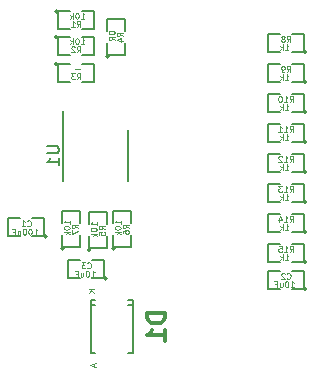
<source format=gbr>
G04 This is an RS-274x file exported by *
G04 gerbv version 2.6.1 *
G04 More information is available about gerbv at *
G04 http://gerbv.geda-project.org/ *
G04 --End of header info--*
%MOIN*%
%FSLAX34Y34*%
%IPPOS*%
G04 --Define apertures--*
%ADD10C,0.0118*%
%ADD11C,0.0059*%
%ADD12C,0.0043*%
%ADD13C,0.0120*%
%ADD14C,0.0039*%
G04 --Start main section--*
G54D11*
G01X0004900Y0003850D02*
G75*
G03X0004900Y0003850I-000050J0000000D01*
G01X0004400Y0003850D02*
G01X0004800Y0003850D01*
G01X0004800Y0003850D02*
G01X0004800Y0004450D01*
G01X0004800Y0004450D02*
G01X0004400Y0004450D01*
G01X0004000Y0004450D02*
G01X0003600Y0004450D01*
G01X0003600Y0004450D02*
G01X0003600Y0003850D01*
G01X0003600Y0003850D02*
G01X0004000Y0003850D01*
G01X0005573Y0008816D02*
G01X0005573Y0007084D01*
G01X0003427Y0009436D02*
G01X0003427Y0007084D01*
G01X0011550Y0004400D02*
G75*
G03X0011550Y0004400I-000050J0000000D01*
G01X0011050Y0004400D02*
G01X0011450Y0004400D01*
G01X0011450Y0004400D02*
G01X0011450Y0005000D01*
G01X0011450Y0005000D02*
G01X0011050Y0005000D01*
G01X0010650Y0005000D02*
G01X0010250Y0005000D01*
G01X0010250Y0005000D02*
G01X0010250Y0004400D01*
G01X0010250Y0004400D02*
G01X0010650Y0004400D01*
G01X0011550Y0005400D02*
G75*
G03X0011550Y0005400I-000050J0000000D01*
G01X0011050Y0005400D02*
G01X0011450Y0005400D01*
G01X0011450Y0005400D02*
G01X0011450Y0006000D01*
G01X0011450Y0006000D02*
G01X0011050Y0006000D01*
G01X0010650Y0006000D02*
G01X0010250Y0006000D01*
G01X0010250Y0006000D02*
G01X0010250Y0005400D01*
G01X0010250Y0005400D02*
G01X0010650Y0005400D01*
G01X0011550Y0006400D02*
G75*
G03X0011550Y0006400I-000050J0000000D01*
G01X0011050Y0006400D02*
G01X0011450Y0006400D01*
G01X0011450Y0006400D02*
G01X0011450Y0007000D01*
G01X0011450Y0007000D02*
G01X0011050Y0007000D01*
G01X0010650Y0007000D02*
G01X0010250Y0007000D01*
G01X0010250Y0007000D02*
G01X0010250Y0006400D01*
G01X0010250Y0006400D02*
G01X0010650Y0006400D01*
G01X0011550Y0007400D02*
G75*
G03X0011550Y0007400I-000050J0000000D01*
G01X0011050Y0007400D02*
G01X0011450Y0007400D01*
G01X0011450Y0007400D02*
G01X0011450Y0008000D01*
G01X0011450Y0008000D02*
G01X0011050Y0008000D01*
G01X0010650Y0008000D02*
G01X0010250Y0008000D01*
G01X0010250Y0008000D02*
G01X0010250Y0007400D01*
G01X0010250Y0007400D02*
G01X0010650Y0007400D01*
G01X0011550Y0008400D02*
G75*
G03X0011550Y0008400I-000050J0000000D01*
G01X0011050Y0008400D02*
G01X0011450Y0008400D01*
G01X0011450Y0008400D02*
G01X0011450Y0009000D01*
G01X0011450Y0009000D02*
G01X0011050Y0009000D01*
G01X0010650Y0009000D02*
G01X0010250Y0009000D01*
G01X0010250Y0009000D02*
G01X0010250Y0008400D01*
G01X0010250Y0008400D02*
G01X0010650Y0008400D01*
G01X0011550Y0009400D02*
G75*
G03X0011550Y0009400I-000050J0000000D01*
G01X0011050Y0009400D02*
G01X0011450Y0009400D01*
G01X0011450Y0009400D02*
G01X0011450Y0010000D01*
G01X0011450Y0010000D02*
G01X0011050Y0010000D01*
G01X0010650Y0010000D02*
G01X0010250Y0010000D01*
G01X0010250Y0010000D02*
G01X0010250Y0009400D01*
G01X0010250Y0009400D02*
G01X0010650Y0009400D01*
G01X0011550Y0010400D02*
G75*
G03X0011550Y0010400I-000050J0000000D01*
G01X0011050Y0010400D02*
G01X0011450Y0010400D01*
G01X0011450Y0010400D02*
G01X0011450Y0011000D01*
G01X0011450Y0011000D02*
G01X0011050Y0011000D01*
G01X0010650Y0011000D02*
G01X0010250Y0011000D01*
G01X0010250Y0011000D02*
G01X0010250Y0010400D01*
G01X0010250Y0010400D02*
G01X0010650Y0010400D01*
G01X0011550Y0011400D02*
G75*
G03X0011550Y0011400I-000050J0000000D01*
G01X0011050Y0011400D02*
G01X0011450Y0011400D01*
G01X0011450Y0011400D02*
G01X0011450Y0012000D01*
G01X0011450Y0012000D02*
G01X0011050Y0012000D01*
G01X0010650Y0012000D02*
G01X0010250Y0012000D01*
G01X0010250Y0012000D02*
G01X0010250Y0011400D01*
G01X0010250Y0011400D02*
G01X0010650Y0011400D01*
G01X0003450Y0004850D02*
G75*
G03X0003450Y0004850I-000050J0000000D01*
G01X0003400Y0005300D02*
G01X0003400Y0004900D01*
G01X0003400Y0004900D02*
G01X0004000Y0004900D01*
G01X0004000Y0004900D02*
G01X0004000Y0005300D01*
G01X0004000Y0005700D02*
G01X0004000Y0006100D01*
G01X0004000Y0006100D02*
G01X0003400Y0006100D01*
G01X0003400Y0006100D02*
G01X0003400Y0005700D01*
G01X0005150Y0004850D02*
G75*
G03X0005150Y0004850I-000050J0000000D01*
G01X0005100Y0005300D02*
G01X0005100Y0004900D01*
G01X0005100Y0004900D02*
G01X0005700Y0004900D01*
G01X0005700Y0004900D02*
G01X0005700Y0005300D01*
G01X0005700Y0005700D02*
G01X0005700Y0006100D01*
G01X0005700Y0006100D02*
G01X0005100Y0006100D01*
G01X0005100Y0006100D02*
G01X0005100Y0005700D01*
G01X0004350Y0004800D02*
G75*
G03X0004350Y0004800I-000050J0000000D01*
G01X0004300Y0005250D02*
G01X0004300Y0004850D01*
G01X0004300Y0004850D02*
G01X0004900Y0004850D01*
G01X0004900Y0004850D02*
G01X0004900Y0005250D01*
G01X0004900Y0005650D02*
G01X0004900Y0006050D01*
G01X0004900Y0006050D02*
G01X0004300Y0006050D01*
G01X0004300Y0006050D02*
G01X0004300Y0005650D01*
G01X0004950Y0011250D02*
G75*
G03X0004950Y0011250I-000050J0000000D01*
G01X0004900Y0011700D02*
G01X0004900Y0011300D01*
G01X0004900Y0011300D02*
G01X0005500Y0011300D01*
G01X0005500Y0011300D02*
G01X0005500Y0011700D01*
G01X0005500Y0012100D02*
G01X0005500Y0012500D01*
G01X0005500Y0012500D02*
G01X0004900Y0012500D01*
G01X0004900Y0012500D02*
G01X0004900Y0012100D01*
G01X0003250Y0011000D02*
G75*
G03X0003250Y0011000I-000050J0000000D01*
G01X0003650Y0011000D02*
G01X0003250Y0011000D01*
G01X0003250Y0011000D02*
G01X0003250Y0010400D01*
G01X0003250Y0010400D02*
G01X0003650Y0010400D01*
G01X0004050Y0010400D02*
G01X0004450Y0010400D01*
G01X0004450Y0010400D02*
G01X0004450Y0011000D01*
G01X0004450Y0011000D02*
G01X0004050Y0011000D01*
G01X0003250Y0011900D02*
G75*
G03X0003250Y0011900I-000050J0000000D01*
G01X0003650Y0011900D02*
G01X0003250Y0011900D01*
G01X0003250Y0011900D02*
G01X0003250Y0011300D01*
G01X0003250Y0011300D02*
G01X0003650Y0011300D01*
G01X0004050Y0011300D02*
G01X0004450Y0011300D01*
G01X0004450Y0011300D02*
G01X0004450Y0011900D01*
G01X0004450Y0011900D02*
G01X0004050Y0011900D01*
G01X0003250Y0012750D02*
G75*
G03X0003250Y0012750I-000050J0000000D01*
G01X0003650Y0012750D02*
G01X0003250Y0012750D01*
G01X0003250Y0012750D02*
G01X0003250Y0012150D01*
G01X0003250Y0012150D02*
G01X0003650Y0012150D01*
G01X0004050Y0012150D02*
G01X0004450Y0012150D01*
G01X0004450Y0012150D02*
G01X0004450Y0012750D01*
G01X0004450Y0012750D02*
G01X0004050Y0012750D01*
G01X0004361Y0002959D02*
G01X0004499Y0002959D01*
G01X0005739Y0002959D02*
G01X0005601Y0002959D01*
G01X0004361Y0003136D02*
G01X0004499Y0003136D01*
G01X0004361Y0001364D02*
G01X0004499Y0001364D01*
G01X0005739Y0001364D02*
G01X0005601Y0001364D01*
G01X0005739Y0003136D02*
G01X0005601Y0003136D01*
G01X0004361Y0001364D02*
G01X0004361Y0003136D01*
G01X0005739Y0001364D02*
G01X0005739Y0003136D01*
G01X0011550Y0003500D02*
G75*
G03X0011550Y0003500I-000050J0000000D01*
G01X0011050Y0003500D02*
G01X0011450Y0003500D01*
G01X0011450Y0003500D02*
G01X0011450Y0004100D01*
G01X0011450Y0004100D02*
G01X0011050Y0004100D01*
G01X0010650Y0004100D02*
G01X0010250Y0004100D01*
G01X0010250Y0004100D02*
G01X0010250Y0003500D01*
G01X0010250Y0003500D02*
G01X0010650Y0003500D01*
G01X0002900Y0005250D02*
G75*
G03X0002900Y0005250I-000050J0000000D01*
G01X0002400Y0005250D02*
G01X0002800Y0005250D01*
G01X0002800Y0005250D02*
G01X0002800Y0005850D01*
G01X0002800Y0005850D02*
G01X0002400Y0005850D01*
G01X0002000Y0005850D02*
G01X0001600Y0005850D01*
G01X0001600Y0005850D02*
G01X0001600Y0005250D01*
G01X0001600Y0005250D02*
G01X0002000Y0005250D01*
G54D12*
G01X0004233Y0004205D02*
G01X0004242Y0004195D01*
G01X0004242Y0004195D02*
G01X0004270Y0004186D01*
G01X0004270Y0004186D02*
G01X0004289Y0004186D01*
G01X0004289Y0004186D02*
G01X0004317Y0004195D01*
G01X0004317Y0004195D02*
G01X0004336Y0004214D01*
G01X0004336Y0004214D02*
G01X0004345Y0004233D01*
G01X0004345Y0004233D02*
G01X0004355Y0004270D01*
G01X0004355Y0004270D02*
G01X0004355Y0004298D01*
G01X0004355Y0004298D02*
G01X0004345Y0004336D01*
G01X0004345Y0004336D02*
G01X0004336Y0004355D01*
G01X0004336Y0004355D02*
G01X0004317Y0004374D01*
G01X0004317Y0004374D02*
G01X0004289Y0004383D01*
G01X0004289Y0004383D02*
G01X0004270Y0004383D01*
G01X0004270Y0004383D02*
G01X0004242Y0004374D01*
G01X0004242Y0004374D02*
G01X0004233Y0004364D01*
G01X0004167Y0004383D02*
G01X0004045Y0004383D01*
G01X0004045Y0004383D02*
G01X0004111Y0004308D01*
G01X0004111Y0004308D02*
G01X0004083Y0004308D01*
G01X0004083Y0004308D02*
G01X0004064Y0004298D01*
G01X0004064Y0004298D02*
G01X0004055Y0004289D01*
G01X0004055Y0004289D02*
G01X0004045Y0004270D01*
G01X0004045Y0004270D02*
G01X0004045Y0004223D01*
G01X0004045Y0004223D02*
G01X0004055Y0004205D01*
G01X0004055Y0004205D02*
G01X0004064Y0004195D01*
G01X0004064Y0004195D02*
G01X0004083Y0004186D01*
G01X0004083Y0004186D02*
G01X0004139Y0004186D01*
G01X0004139Y0004186D02*
G01X0004158Y0004195D01*
G01X0004158Y0004195D02*
G01X0004167Y0004205D01*
G01X0004361Y0003911D02*
G01X0004474Y0003911D01*
G01X0004417Y0003911D02*
G01X0004417Y0004108D01*
G01X0004417Y0004108D02*
G01X0004436Y0004080D01*
G01X0004436Y0004080D02*
G01X0004455Y0004061D01*
G01X0004455Y0004061D02*
G01X0004474Y0004052D01*
G01X0004239Y0004108D02*
G01X0004220Y0004108D01*
G01X0004220Y0004108D02*
G01X0004202Y0004099D01*
G01X0004202Y0004099D02*
G01X0004192Y0004089D01*
G01X0004192Y0004089D02*
G01X0004183Y0004070D01*
G01X0004183Y0004070D02*
G01X0004173Y0004033D01*
G01X0004173Y0004033D02*
G01X0004173Y0003986D01*
G01X0004173Y0003986D02*
G01X0004183Y0003948D01*
G01X0004183Y0003948D02*
G01X0004192Y0003930D01*
G01X0004192Y0003930D02*
G01X0004202Y0003920D01*
G01X0004202Y0003920D02*
G01X0004220Y0003911D01*
G01X0004220Y0003911D02*
G01X0004239Y0003911D01*
G01X0004239Y0003911D02*
G01X0004258Y0003920D01*
G01X0004258Y0003920D02*
G01X0004267Y0003930D01*
G01X0004267Y0003930D02*
G01X0004277Y0003948D01*
G01X0004277Y0003948D02*
G01X0004286Y0003986D01*
G01X0004286Y0003986D02*
G01X0004286Y0004033D01*
G01X0004286Y0004033D02*
G01X0004277Y0004070D01*
G01X0004277Y0004070D02*
G01X0004267Y0004089D01*
G01X0004267Y0004089D02*
G01X0004258Y0004099D01*
G01X0004258Y0004099D02*
G01X0004239Y0004108D01*
G01X0004005Y0004042D02*
G01X0004005Y0003911D01*
G01X0004089Y0004042D02*
G01X0004089Y0003939D01*
G01X0004089Y0003939D02*
G01X0004080Y0003920D01*
G01X0004080Y0003920D02*
G01X0004061Y0003911D01*
G01X0004061Y0003911D02*
G01X0004033Y0003911D01*
G01X0004033Y0003911D02*
G01X0004014Y0003920D01*
G01X0004014Y0003920D02*
G01X0004005Y0003930D01*
G01X0003845Y0004014D02*
G01X0003911Y0004014D01*
G01X0003911Y0003911D02*
G01X0003911Y0004108D01*
G01X0003911Y0004108D02*
G01X0003817Y0004108D01*
G54D11*
G01X0002887Y0008250D02*
G01X0003205Y0008250D01*
G01X0003205Y0008250D02*
G01X0003243Y0008231D01*
G01X0003243Y0008231D02*
G01X0003262Y0008212D01*
G01X0003262Y0008212D02*
G01X0003280Y0008175D01*
G01X0003280Y0008175D02*
G01X0003280Y0008100D01*
G01X0003280Y0008100D02*
G01X0003262Y0008062D01*
G01X0003262Y0008062D02*
G01X0003243Y0008044D01*
G01X0003243Y0008044D02*
G01X0003205Y0008025D01*
G01X0003205Y0008025D02*
G01X0002887Y0008025D01*
G01X0003280Y0007631D02*
G01X0003280Y0007856D01*
G01X0003280Y0007744D02*
G01X0002887Y0007744D01*
G01X0002887Y0007744D02*
G01X0002943Y0007781D01*
G01X0002943Y0007781D02*
G01X0002981Y0007819D01*
G01X0002981Y0007819D02*
G01X0002999Y0007856D01*
G54D12*
G01X0010977Y0004736D02*
G01X0011042Y0004830D01*
G01X0011089Y0004736D02*
G01X0011089Y0004933D01*
G01X0011089Y0004933D02*
G01X0011014Y0004933D01*
G01X0011014Y0004933D02*
G01X0010995Y0004924D01*
G01X0010995Y0004924D02*
G01X0010986Y0004914D01*
G01X0010986Y0004914D02*
G01X0010977Y0004895D01*
G01X0010977Y0004895D02*
G01X0010977Y0004867D01*
G01X0010977Y0004867D02*
G01X0010986Y0004848D01*
G01X0010986Y0004848D02*
G01X0010995Y0004839D01*
G01X0010995Y0004839D02*
G01X0011014Y0004830D01*
G01X0011014Y0004830D02*
G01X0011089Y0004830D01*
G01X0010789Y0004736D02*
G01X0010902Y0004736D01*
G01X0010845Y0004736D02*
G01X0010845Y0004933D01*
G01X0010845Y0004933D02*
G01X0010864Y0004905D01*
G01X0010864Y0004905D02*
G01X0010883Y0004886D01*
G01X0010883Y0004886D02*
G01X0010902Y0004877D01*
G01X0010611Y0004933D02*
G01X0010705Y0004933D01*
G01X0010705Y0004933D02*
G01X0010714Y0004839D01*
G01X0010714Y0004839D02*
G01X0010705Y0004848D01*
G01X0010705Y0004848D02*
G01X0010686Y0004858D01*
G01X0010686Y0004858D02*
G01X0010639Y0004858D01*
G01X0010639Y0004858D02*
G01X0010620Y0004848D01*
G01X0010620Y0004848D02*
G01X0010611Y0004839D01*
G01X0010611Y0004839D02*
G01X0010601Y0004820D01*
G01X0010601Y0004820D02*
G01X0010601Y0004773D01*
G01X0010601Y0004773D02*
G01X0010611Y0004755D01*
G01X0010611Y0004755D02*
G01X0010620Y0004745D01*
G01X0010620Y0004745D02*
G01X0010639Y0004736D01*
G01X0010639Y0004736D02*
G01X0010686Y0004736D01*
G01X0010686Y0004736D02*
G01X0010705Y0004745D01*
G01X0010705Y0004745D02*
G01X0010714Y0004755D01*
G01X0010823Y0004461D02*
G01X0010936Y0004461D01*
G01X0010880Y0004461D02*
G01X0010880Y0004658D01*
G01X0010880Y0004658D02*
G01X0010899Y0004630D01*
G01X0010899Y0004630D02*
G01X0010917Y0004611D01*
G01X0010917Y0004611D02*
G01X0010936Y0004602D01*
G01X0010739Y0004461D02*
G01X0010739Y0004658D01*
G01X0010720Y0004536D02*
G01X0010664Y0004461D01*
G01X0010664Y0004592D02*
G01X0010739Y0004517D01*
G01X0010977Y0005736D02*
G01X0011042Y0005830D01*
G01X0011089Y0005736D02*
G01X0011089Y0005933D01*
G01X0011089Y0005933D02*
G01X0011014Y0005933D01*
G01X0011014Y0005933D02*
G01X0010995Y0005924D01*
G01X0010995Y0005924D02*
G01X0010986Y0005914D01*
G01X0010986Y0005914D02*
G01X0010977Y0005895D01*
G01X0010977Y0005895D02*
G01X0010977Y0005867D01*
G01X0010977Y0005867D02*
G01X0010986Y0005848D01*
G01X0010986Y0005848D02*
G01X0010995Y0005839D01*
G01X0010995Y0005839D02*
G01X0011014Y0005830D01*
G01X0011014Y0005830D02*
G01X0011089Y0005830D01*
G01X0010789Y0005736D02*
G01X0010902Y0005736D01*
G01X0010845Y0005736D02*
G01X0010845Y0005933D01*
G01X0010845Y0005933D02*
G01X0010864Y0005905D01*
G01X0010864Y0005905D02*
G01X0010883Y0005886D01*
G01X0010883Y0005886D02*
G01X0010902Y0005877D01*
G01X0010620Y0005867D02*
G01X0010620Y0005736D01*
G01X0010667Y0005942D02*
G01X0010714Y0005802D01*
G01X0010714Y0005802D02*
G01X0010592Y0005802D01*
G01X0010823Y0005461D02*
G01X0010936Y0005461D01*
G01X0010880Y0005461D02*
G01X0010880Y0005658D01*
G01X0010880Y0005658D02*
G01X0010899Y0005630D01*
G01X0010899Y0005630D02*
G01X0010917Y0005611D01*
G01X0010917Y0005611D02*
G01X0010936Y0005602D01*
G01X0010739Y0005461D02*
G01X0010739Y0005658D01*
G01X0010720Y0005536D02*
G01X0010664Y0005461D01*
G01X0010664Y0005592D02*
G01X0010739Y0005517D01*
G01X0010977Y0006736D02*
G01X0011042Y0006830D01*
G01X0011089Y0006736D02*
G01X0011089Y0006933D01*
G01X0011089Y0006933D02*
G01X0011014Y0006933D01*
G01X0011014Y0006933D02*
G01X0010995Y0006924D01*
G01X0010995Y0006924D02*
G01X0010986Y0006914D01*
G01X0010986Y0006914D02*
G01X0010977Y0006895D01*
G01X0010977Y0006895D02*
G01X0010977Y0006867D01*
G01X0010977Y0006867D02*
G01X0010986Y0006848D01*
G01X0010986Y0006848D02*
G01X0010995Y0006839D01*
G01X0010995Y0006839D02*
G01X0011014Y0006830D01*
G01X0011014Y0006830D02*
G01X0011089Y0006830D01*
G01X0010789Y0006736D02*
G01X0010902Y0006736D01*
G01X0010845Y0006736D02*
G01X0010845Y0006933D01*
G01X0010845Y0006933D02*
G01X0010864Y0006905D01*
G01X0010864Y0006905D02*
G01X0010883Y0006886D01*
G01X0010883Y0006886D02*
G01X0010902Y0006877D01*
G01X0010723Y0006933D02*
G01X0010601Y0006933D01*
G01X0010601Y0006933D02*
G01X0010667Y0006858D01*
G01X0010667Y0006858D02*
G01X0010639Y0006858D01*
G01X0010639Y0006858D02*
G01X0010620Y0006848D01*
G01X0010620Y0006848D02*
G01X0010611Y0006839D01*
G01X0010611Y0006839D02*
G01X0010601Y0006820D01*
G01X0010601Y0006820D02*
G01X0010601Y0006773D01*
G01X0010601Y0006773D02*
G01X0010611Y0006755D01*
G01X0010611Y0006755D02*
G01X0010620Y0006745D01*
G01X0010620Y0006745D02*
G01X0010639Y0006736D01*
G01X0010639Y0006736D02*
G01X0010695Y0006736D01*
G01X0010695Y0006736D02*
G01X0010714Y0006745D01*
G01X0010714Y0006745D02*
G01X0010723Y0006755D01*
G01X0010823Y0006461D02*
G01X0010936Y0006461D01*
G01X0010880Y0006461D02*
G01X0010880Y0006658D01*
G01X0010880Y0006658D02*
G01X0010899Y0006630D01*
G01X0010899Y0006630D02*
G01X0010917Y0006611D01*
G01X0010917Y0006611D02*
G01X0010936Y0006602D01*
G01X0010739Y0006461D02*
G01X0010739Y0006658D01*
G01X0010720Y0006536D02*
G01X0010664Y0006461D01*
G01X0010664Y0006592D02*
G01X0010739Y0006517D01*
G01X0010977Y0007736D02*
G01X0011042Y0007830D01*
G01X0011089Y0007736D02*
G01X0011089Y0007933D01*
G01X0011089Y0007933D02*
G01X0011014Y0007933D01*
G01X0011014Y0007933D02*
G01X0010995Y0007924D01*
G01X0010995Y0007924D02*
G01X0010986Y0007914D01*
G01X0010986Y0007914D02*
G01X0010977Y0007895D01*
G01X0010977Y0007895D02*
G01X0010977Y0007867D01*
G01X0010977Y0007867D02*
G01X0010986Y0007848D01*
G01X0010986Y0007848D02*
G01X0010995Y0007839D01*
G01X0010995Y0007839D02*
G01X0011014Y0007830D01*
G01X0011014Y0007830D02*
G01X0011089Y0007830D01*
G01X0010789Y0007736D02*
G01X0010902Y0007736D01*
G01X0010845Y0007736D02*
G01X0010845Y0007933D01*
G01X0010845Y0007933D02*
G01X0010864Y0007905D01*
G01X0010864Y0007905D02*
G01X0010883Y0007886D01*
G01X0010883Y0007886D02*
G01X0010902Y0007877D01*
G01X0010714Y0007914D02*
G01X0010705Y0007924D01*
G01X0010705Y0007924D02*
G01X0010686Y0007933D01*
G01X0010686Y0007933D02*
G01X0010639Y0007933D01*
G01X0010639Y0007933D02*
G01X0010620Y0007924D01*
G01X0010620Y0007924D02*
G01X0010611Y0007914D01*
G01X0010611Y0007914D02*
G01X0010601Y0007895D01*
G01X0010601Y0007895D02*
G01X0010601Y0007877D01*
G01X0010601Y0007877D02*
G01X0010611Y0007848D01*
G01X0010611Y0007848D02*
G01X0010723Y0007736D01*
G01X0010723Y0007736D02*
G01X0010601Y0007736D01*
G01X0010823Y0007461D02*
G01X0010936Y0007461D01*
G01X0010880Y0007461D02*
G01X0010880Y0007658D01*
G01X0010880Y0007658D02*
G01X0010899Y0007630D01*
G01X0010899Y0007630D02*
G01X0010917Y0007611D01*
G01X0010917Y0007611D02*
G01X0010936Y0007602D01*
G01X0010739Y0007461D02*
G01X0010739Y0007658D01*
G01X0010720Y0007536D02*
G01X0010664Y0007461D01*
G01X0010664Y0007592D02*
G01X0010739Y0007517D01*
G01X0010977Y0008736D02*
G01X0011042Y0008830D01*
G01X0011089Y0008736D02*
G01X0011089Y0008933D01*
G01X0011089Y0008933D02*
G01X0011014Y0008933D01*
G01X0011014Y0008933D02*
G01X0010995Y0008924D01*
G01X0010995Y0008924D02*
G01X0010986Y0008914D01*
G01X0010986Y0008914D02*
G01X0010977Y0008895D01*
G01X0010977Y0008895D02*
G01X0010977Y0008867D01*
G01X0010977Y0008867D02*
G01X0010986Y0008848D01*
G01X0010986Y0008848D02*
G01X0010995Y0008839D01*
G01X0010995Y0008839D02*
G01X0011014Y0008830D01*
G01X0011014Y0008830D02*
G01X0011089Y0008830D01*
G01X0010789Y0008736D02*
G01X0010902Y0008736D01*
G01X0010845Y0008736D02*
G01X0010845Y0008933D01*
G01X0010845Y0008933D02*
G01X0010864Y0008905D01*
G01X0010864Y0008905D02*
G01X0010883Y0008886D01*
G01X0010883Y0008886D02*
G01X0010902Y0008877D01*
G01X0010601Y0008736D02*
G01X0010714Y0008736D01*
G01X0010658Y0008736D02*
G01X0010658Y0008933D01*
G01X0010658Y0008933D02*
G01X0010676Y0008905D01*
G01X0010676Y0008905D02*
G01X0010695Y0008886D01*
G01X0010695Y0008886D02*
G01X0010714Y0008877D01*
G01X0010823Y0008461D02*
G01X0010936Y0008461D01*
G01X0010880Y0008461D02*
G01X0010880Y0008658D01*
G01X0010880Y0008658D02*
G01X0010899Y0008630D01*
G01X0010899Y0008630D02*
G01X0010917Y0008611D01*
G01X0010917Y0008611D02*
G01X0010936Y0008602D01*
G01X0010739Y0008461D02*
G01X0010739Y0008658D01*
G01X0010720Y0008536D02*
G01X0010664Y0008461D01*
G01X0010664Y0008592D02*
G01X0010739Y0008517D01*
G01X0010977Y0009736D02*
G01X0011042Y0009830D01*
G01X0011089Y0009736D02*
G01X0011089Y0009933D01*
G01X0011089Y0009933D02*
G01X0011014Y0009933D01*
G01X0011014Y0009933D02*
G01X0010995Y0009924D01*
G01X0010995Y0009924D02*
G01X0010986Y0009914D01*
G01X0010986Y0009914D02*
G01X0010977Y0009895D01*
G01X0010977Y0009895D02*
G01X0010977Y0009867D01*
G01X0010977Y0009867D02*
G01X0010986Y0009848D01*
G01X0010986Y0009848D02*
G01X0010995Y0009839D01*
G01X0010995Y0009839D02*
G01X0011014Y0009830D01*
G01X0011014Y0009830D02*
G01X0011089Y0009830D01*
G01X0010789Y0009736D02*
G01X0010902Y0009736D01*
G01X0010845Y0009736D02*
G01X0010845Y0009933D01*
G01X0010845Y0009933D02*
G01X0010864Y0009905D01*
G01X0010864Y0009905D02*
G01X0010883Y0009886D01*
G01X0010883Y0009886D02*
G01X0010902Y0009877D01*
G01X0010667Y0009933D02*
G01X0010648Y0009933D01*
G01X0010648Y0009933D02*
G01X0010630Y0009924D01*
G01X0010630Y0009924D02*
G01X0010620Y0009914D01*
G01X0010620Y0009914D02*
G01X0010611Y0009895D01*
G01X0010611Y0009895D02*
G01X0010601Y0009858D01*
G01X0010601Y0009858D02*
G01X0010601Y0009811D01*
G01X0010601Y0009811D02*
G01X0010611Y0009773D01*
G01X0010611Y0009773D02*
G01X0010620Y0009755D01*
G01X0010620Y0009755D02*
G01X0010630Y0009745D01*
G01X0010630Y0009745D02*
G01X0010648Y0009736D01*
G01X0010648Y0009736D02*
G01X0010667Y0009736D01*
G01X0010667Y0009736D02*
G01X0010686Y0009745D01*
G01X0010686Y0009745D02*
G01X0010695Y0009755D01*
G01X0010695Y0009755D02*
G01X0010705Y0009773D01*
G01X0010705Y0009773D02*
G01X0010714Y0009811D01*
G01X0010714Y0009811D02*
G01X0010714Y0009858D01*
G01X0010714Y0009858D02*
G01X0010705Y0009895D01*
G01X0010705Y0009895D02*
G01X0010695Y0009914D01*
G01X0010695Y0009914D02*
G01X0010686Y0009924D01*
G01X0010686Y0009924D02*
G01X0010667Y0009933D01*
G01X0010823Y0009461D02*
G01X0010936Y0009461D01*
G01X0010880Y0009461D02*
G01X0010880Y0009658D01*
G01X0010880Y0009658D02*
G01X0010899Y0009630D01*
G01X0010899Y0009630D02*
G01X0010917Y0009611D01*
G01X0010917Y0009611D02*
G01X0010936Y0009602D01*
G01X0010739Y0009461D02*
G01X0010739Y0009658D01*
G01X0010720Y0009536D02*
G01X0010664Y0009461D01*
G01X0010664Y0009592D02*
G01X0010739Y0009517D01*
G01X0010883Y0010736D02*
G01X0010949Y0010830D01*
G01X0010995Y0010736D02*
G01X0010995Y0010933D01*
G01X0010995Y0010933D02*
G01X0010920Y0010933D01*
G01X0010920Y0010933D02*
G01X0010902Y0010924D01*
G01X0010902Y0010924D02*
G01X0010892Y0010914D01*
G01X0010892Y0010914D02*
G01X0010883Y0010895D01*
G01X0010883Y0010895D02*
G01X0010883Y0010867D01*
G01X0010883Y0010867D02*
G01X0010892Y0010848D01*
G01X0010892Y0010848D02*
G01X0010902Y0010839D01*
G01X0010902Y0010839D02*
G01X0010920Y0010830D01*
G01X0010920Y0010830D02*
G01X0010995Y0010830D01*
G01X0010789Y0010736D02*
G01X0010752Y0010736D01*
G01X0010752Y0010736D02*
G01X0010733Y0010745D01*
G01X0010733Y0010745D02*
G01X0010723Y0010755D01*
G01X0010723Y0010755D02*
G01X0010705Y0010783D01*
G01X0010705Y0010783D02*
G01X0010695Y0010820D01*
G01X0010695Y0010820D02*
G01X0010695Y0010895D01*
G01X0010695Y0010895D02*
G01X0010705Y0010914D01*
G01X0010705Y0010914D02*
G01X0010714Y0010924D01*
G01X0010714Y0010924D02*
G01X0010733Y0010933D01*
G01X0010733Y0010933D02*
G01X0010770Y0010933D01*
G01X0010770Y0010933D02*
G01X0010789Y0010924D01*
G01X0010789Y0010924D02*
G01X0010798Y0010914D01*
G01X0010798Y0010914D02*
G01X0010808Y0010895D01*
G01X0010808Y0010895D02*
G01X0010808Y0010848D01*
G01X0010808Y0010848D02*
G01X0010798Y0010830D01*
G01X0010798Y0010830D02*
G01X0010789Y0010820D01*
G01X0010789Y0010820D02*
G01X0010770Y0010811D01*
G01X0010770Y0010811D02*
G01X0010733Y0010811D01*
G01X0010733Y0010811D02*
G01X0010714Y0010820D01*
G01X0010714Y0010820D02*
G01X0010705Y0010830D01*
G01X0010705Y0010830D02*
G01X0010695Y0010848D01*
G01X0010823Y0010461D02*
G01X0010936Y0010461D01*
G01X0010880Y0010461D02*
G01X0010880Y0010658D01*
G01X0010880Y0010658D02*
G01X0010899Y0010630D01*
G01X0010899Y0010630D02*
G01X0010917Y0010611D01*
G01X0010917Y0010611D02*
G01X0010936Y0010602D01*
G01X0010739Y0010461D02*
G01X0010739Y0010658D01*
G01X0010720Y0010536D02*
G01X0010664Y0010461D01*
G01X0010664Y0010592D02*
G01X0010739Y0010517D01*
G01X0010883Y0011736D02*
G01X0010949Y0011830D01*
G01X0010995Y0011736D02*
G01X0010995Y0011933D01*
G01X0010995Y0011933D02*
G01X0010920Y0011933D01*
G01X0010920Y0011933D02*
G01X0010902Y0011924D01*
G01X0010902Y0011924D02*
G01X0010892Y0011914D01*
G01X0010892Y0011914D02*
G01X0010883Y0011895D01*
G01X0010883Y0011895D02*
G01X0010883Y0011867D01*
G01X0010883Y0011867D02*
G01X0010892Y0011848D01*
G01X0010892Y0011848D02*
G01X0010902Y0011839D01*
G01X0010902Y0011839D02*
G01X0010920Y0011830D01*
G01X0010920Y0011830D02*
G01X0010995Y0011830D01*
G01X0010770Y0011848D02*
G01X0010789Y0011858D01*
G01X0010789Y0011858D02*
G01X0010798Y0011867D01*
G01X0010798Y0011867D02*
G01X0010808Y0011886D01*
G01X0010808Y0011886D02*
G01X0010808Y0011895D01*
G01X0010808Y0011895D02*
G01X0010798Y0011914D01*
G01X0010798Y0011914D02*
G01X0010789Y0011924D01*
G01X0010789Y0011924D02*
G01X0010770Y0011933D01*
G01X0010770Y0011933D02*
G01X0010733Y0011933D01*
G01X0010733Y0011933D02*
G01X0010714Y0011924D01*
G01X0010714Y0011924D02*
G01X0010705Y0011914D01*
G01X0010705Y0011914D02*
G01X0010695Y0011895D01*
G01X0010695Y0011895D02*
G01X0010695Y0011886D01*
G01X0010695Y0011886D02*
G01X0010705Y0011867D01*
G01X0010705Y0011867D02*
G01X0010714Y0011858D01*
G01X0010714Y0011858D02*
G01X0010733Y0011848D01*
G01X0010733Y0011848D02*
G01X0010770Y0011848D01*
G01X0010770Y0011848D02*
G01X0010789Y0011839D01*
G01X0010789Y0011839D02*
G01X0010798Y0011830D01*
G01X0010798Y0011830D02*
G01X0010808Y0011811D01*
G01X0010808Y0011811D02*
G01X0010808Y0011773D01*
G01X0010808Y0011773D02*
G01X0010798Y0011755D01*
G01X0010798Y0011755D02*
G01X0010789Y0011745D01*
G01X0010789Y0011745D02*
G01X0010770Y0011736D01*
G01X0010770Y0011736D02*
G01X0010733Y0011736D01*
G01X0010733Y0011736D02*
G01X0010714Y0011745D01*
G01X0010714Y0011745D02*
G01X0010705Y0011755D01*
G01X0010705Y0011755D02*
G01X0010695Y0011773D01*
G01X0010695Y0011773D02*
G01X0010695Y0011811D01*
G01X0010695Y0011811D02*
G01X0010705Y0011830D01*
G01X0010705Y0011830D02*
G01X0010714Y0011839D01*
G01X0010714Y0011839D02*
G01X0010733Y0011848D01*
G01X0010823Y0011461D02*
G01X0010936Y0011461D01*
G01X0010880Y0011461D02*
G01X0010880Y0011658D01*
G01X0010880Y0011658D02*
G01X0010899Y0011630D01*
G01X0010899Y0011630D02*
G01X0010917Y0011611D01*
G01X0010917Y0011611D02*
G01X0010936Y0011602D01*
G01X0010739Y0011461D02*
G01X0010739Y0011658D01*
G01X0010720Y0011536D02*
G01X0010664Y0011461D01*
G01X0010664Y0011592D02*
G01X0010739Y0011517D01*
G01X0003914Y0005533D02*
G01X0003820Y0005599D01*
G01X0003914Y0005645D02*
G01X0003717Y0005645D01*
G01X0003717Y0005645D02*
G01X0003717Y0005570D01*
G01X0003717Y0005570D02*
G01X0003727Y0005552D01*
G01X0003727Y0005552D02*
G01X0003736Y0005542D01*
G01X0003736Y0005542D02*
G01X0003755Y0005533D01*
G01X0003755Y0005533D02*
G01X0003783Y0005533D01*
G01X0003783Y0005533D02*
G01X0003802Y0005542D01*
G01X0003802Y0005542D02*
G01X0003811Y0005552D01*
G01X0003811Y0005552D02*
G01X0003820Y0005570D01*
G01X0003820Y0005570D02*
G01X0003820Y0005645D01*
G01X0003717Y0005467D02*
G01X0003717Y0005336D01*
G01X0003717Y0005336D02*
G01X0003914Y0005420D01*
G01X0003639Y0005667D02*
G01X0003639Y0005780D01*
G01X0003639Y0005724D02*
G01X0003442Y0005724D01*
G01X0003442Y0005724D02*
G01X0003470Y0005742D01*
G01X0003470Y0005742D02*
G01X0003489Y0005761D01*
G01X0003489Y0005761D02*
G01X0003498Y0005780D01*
G01X0003442Y0005545D02*
G01X0003442Y0005527D01*
G01X0003442Y0005527D02*
G01X0003452Y0005508D01*
G01X0003452Y0005508D02*
G01X0003461Y0005498D01*
G01X0003461Y0005498D02*
G01X0003480Y0005489D01*
G01X0003480Y0005489D02*
G01X0003517Y0005480D01*
G01X0003517Y0005480D02*
G01X0003564Y0005480D01*
G01X0003564Y0005480D02*
G01X0003602Y0005489D01*
G01X0003602Y0005489D02*
G01X0003620Y0005498D01*
G01X0003620Y0005498D02*
G01X0003630Y0005508D01*
G01X0003630Y0005508D02*
G01X0003639Y0005527D01*
G01X0003639Y0005527D02*
G01X0003639Y0005545D01*
G01X0003639Y0005545D02*
G01X0003630Y0005564D01*
G01X0003630Y0005564D02*
G01X0003620Y0005573D01*
G01X0003620Y0005573D02*
G01X0003602Y0005583D01*
G01X0003602Y0005583D02*
G01X0003564Y0005592D01*
G01X0003564Y0005592D02*
G01X0003517Y0005592D01*
G01X0003517Y0005592D02*
G01X0003480Y0005583D01*
G01X0003480Y0005583D02*
G01X0003461Y0005573D01*
G01X0003461Y0005573D02*
G01X0003452Y0005564D01*
G01X0003452Y0005564D02*
G01X0003442Y0005545D01*
G01X0003639Y0005395D02*
G01X0003442Y0005395D01*
G01X0003564Y0005376D02*
G01X0003639Y0005320D01*
G01X0003508Y0005320D02*
G01X0003583Y0005395D01*
G01X0005614Y0005533D02*
G01X0005520Y0005599D01*
G01X0005614Y0005645D02*
G01X0005417Y0005645D01*
G01X0005417Y0005645D02*
G01X0005417Y0005570D01*
G01X0005417Y0005570D02*
G01X0005427Y0005552D01*
G01X0005427Y0005552D02*
G01X0005436Y0005542D01*
G01X0005436Y0005542D02*
G01X0005455Y0005533D01*
G01X0005455Y0005533D02*
G01X0005483Y0005533D01*
G01X0005483Y0005533D02*
G01X0005502Y0005542D01*
G01X0005502Y0005542D02*
G01X0005511Y0005552D01*
G01X0005511Y0005552D02*
G01X0005520Y0005570D01*
G01X0005520Y0005570D02*
G01X0005520Y0005645D01*
G01X0005417Y0005364D02*
G01X0005417Y0005402D01*
G01X0005417Y0005402D02*
G01X0005427Y0005420D01*
G01X0005427Y0005420D02*
G01X0005436Y0005430D01*
G01X0005436Y0005430D02*
G01X0005464Y0005448D01*
G01X0005464Y0005448D02*
G01X0005502Y0005458D01*
G01X0005502Y0005458D02*
G01X0005577Y0005458D01*
G01X0005577Y0005458D02*
G01X0005595Y0005448D01*
G01X0005595Y0005448D02*
G01X0005605Y0005439D01*
G01X0005605Y0005439D02*
G01X0005614Y0005420D01*
G01X0005614Y0005420D02*
G01X0005614Y0005383D01*
G01X0005614Y0005383D02*
G01X0005605Y0005364D01*
G01X0005605Y0005364D02*
G01X0005595Y0005355D01*
G01X0005595Y0005355D02*
G01X0005577Y0005345D01*
G01X0005577Y0005345D02*
G01X0005530Y0005345D01*
G01X0005530Y0005345D02*
G01X0005511Y0005355D01*
G01X0005511Y0005355D02*
G01X0005502Y0005364D01*
G01X0005502Y0005364D02*
G01X0005492Y0005383D01*
G01X0005492Y0005383D02*
G01X0005492Y0005420D01*
G01X0005492Y0005420D02*
G01X0005502Y0005439D01*
G01X0005502Y0005439D02*
G01X0005511Y0005448D01*
G01X0005511Y0005448D02*
G01X0005530Y0005458D01*
G01X0005339Y0005667D02*
G01X0005339Y0005780D01*
G01X0005339Y0005724D02*
G01X0005142Y0005724D01*
G01X0005142Y0005724D02*
G01X0005170Y0005742D01*
G01X0005170Y0005742D02*
G01X0005189Y0005761D01*
G01X0005189Y0005761D02*
G01X0005198Y0005780D01*
G01X0005142Y0005545D02*
G01X0005142Y0005527D01*
G01X0005142Y0005527D02*
G01X0005152Y0005508D01*
G01X0005152Y0005508D02*
G01X0005161Y0005498D01*
G01X0005161Y0005498D02*
G01X0005180Y0005489D01*
G01X0005180Y0005489D02*
G01X0005217Y0005480D01*
G01X0005217Y0005480D02*
G01X0005264Y0005480D01*
G01X0005264Y0005480D02*
G01X0005302Y0005489D01*
G01X0005302Y0005489D02*
G01X0005320Y0005498D01*
G01X0005320Y0005498D02*
G01X0005330Y0005508D01*
G01X0005330Y0005508D02*
G01X0005339Y0005527D01*
G01X0005339Y0005527D02*
G01X0005339Y0005545D01*
G01X0005339Y0005545D02*
G01X0005330Y0005564D01*
G01X0005330Y0005564D02*
G01X0005320Y0005573D01*
G01X0005320Y0005573D02*
G01X0005302Y0005583D01*
G01X0005302Y0005583D02*
G01X0005264Y0005592D01*
G01X0005264Y0005592D02*
G01X0005217Y0005592D01*
G01X0005217Y0005592D02*
G01X0005180Y0005583D01*
G01X0005180Y0005583D02*
G01X0005161Y0005573D01*
G01X0005161Y0005573D02*
G01X0005152Y0005564D01*
G01X0005152Y0005564D02*
G01X0005142Y0005545D01*
G01X0005339Y0005395D02*
G01X0005142Y0005395D01*
G01X0005264Y0005376D02*
G01X0005339Y0005320D01*
G01X0005208Y0005320D02*
G01X0005283Y0005395D01*
G01X0004814Y0005483D02*
G01X0004720Y0005548D01*
G01X0004814Y0005595D02*
G01X0004617Y0005595D01*
G01X0004617Y0005595D02*
G01X0004617Y0005520D01*
G01X0004617Y0005520D02*
G01X0004627Y0005502D01*
G01X0004627Y0005502D02*
G01X0004636Y0005492D01*
G01X0004636Y0005492D02*
G01X0004655Y0005483D01*
G01X0004655Y0005483D02*
G01X0004683Y0005483D01*
G01X0004683Y0005483D02*
G01X0004702Y0005492D01*
G01X0004702Y0005492D02*
G01X0004711Y0005502D01*
G01X0004711Y0005502D02*
G01X0004720Y0005520D01*
G01X0004720Y0005520D02*
G01X0004720Y0005595D01*
G01X0004617Y0005305D02*
G01X0004617Y0005398D01*
G01X0004617Y0005398D02*
G01X0004711Y0005408D01*
G01X0004711Y0005408D02*
G01X0004702Y0005398D01*
G01X0004702Y0005398D02*
G01X0004692Y0005380D01*
G01X0004692Y0005380D02*
G01X0004692Y0005333D01*
G01X0004692Y0005333D02*
G01X0004702Y0005314D01*
G01X0004702Y0005314D02*
G01X0004711Y0005305D01*
G01X0004711Y0005305D02*
G01X0004730Y0005295D01*
G01X0004730Y0005295D02*
G01X0004777Y0005295D01*
G01X0004777Y0005295D02*
G01X0004795Y0005305D01*
G01X0004795Y0005305D02*
G01X0004805Y0005314D01*
G01X0004805Y0005314D02*
G01X0004814Y0005333D01*
G01X0004814Y0005333D02*
G01X0004814Y0005380D01*
G01X0004814Y0005380D02*
G01X0004805Y0005398D01*
G01X0004805Y0005398D02*
G01X0004795Y0005408D01*
G01X0004539Y0005617D02*
G01X0004539Y0005730D01*
G01X0004539Y0005674D02*
G01X0004342Y0005674D01*
G01X0004342Y0005674D02*
G01X0004370Y0005692D01*
G01X0004370Y0005692D02*
G01X0004389Y0005711D01*
G01X0004389Y0005711D02*
G01X0004398Y0005730D01*
G01X0004342Y0005495D02*
G01X0004342Y0005477D01*
G01X0004342Y0005477D02*
G01X0004352Y0005458D01*
G01X0004352Y0005458D02*
G01X0004361Y0005448D01*
G01X0004361Y0005448D02*
G01X0004380Y0005439D01*
G01X0004380Y0005439D02*
G01X0004417Y0005430D01*
G01X0004417Y0005430D02*
G01X0004464Y0005430D01*
G01X0004464Y0005430D02*
G01X0004502Y0005439D01*
G01X0004502Y0005439D02*
G01X0004520Y0005448D01*
G01X0004520Y0005448D02*
G01X0004530Y0005458D01*
G01X0004530Y0005458D02*
G01X0004539Y0005477D01*
G01X0004539Y0005477D02*
G01X0004539Y0005495D01*
G01X0004539Y0005495D02*
G01X0004530Y0005514D01*
G01X0004530Y0005514D02*
G01X0004520Y0005523D01*
G01X0004520Y0005523D02*
G01X0004502Y0005533D01*
G01X0004502Y0005533D02*
G01X0004464Y0005542D01*
G01X0004464Y0005542D02*
G01X0004417Y0005542D01*
G01X0004417Y0005542D02*
G01X0004380Y0005533D01*
G01X0004380Y0005533D02*
G01X0004361Y0005523D01*
G01X0004361Y0005523D02*
G01X0004352Y0005514D01*
G01X0004352Y0005514D02*
G01X0004342Y0005495D01*
G01X0004539Y0005345D02*
G01X0004342Y0005345D01*
G01X0004464Y0005326D02*
G01X0004539Y0005270D01*
G01X0004408Y0005270D02*
G01X0004483Y0005345D01*
G01X0005414Y0011933D02*
G01X0005320Y0011999D01*
G01X0005414Y0012045D02*
G01X0005217Y0012045D01*
G01X0005217Y0012045D02*
G01X0005217Y0011970D01*
G01X0005217Y0011970D02*
G01X0005226Y0011952D01*
G01X0005226Y0011952D02*
G01X0005236Y0011942D01*
G01X0005236Y0011942D02*
G01X0005255Y0011933D01*
G01X0005255Y0011933D02*
G01X0005283Y0011933D01*
G01X0005283Y0011933D02*
G01X0005302Y0011942D01*
G01X0005302Y0011942D02*
G01X0005311Y0011952D01*
G01X0005311Y0011952D02*
G01X0005320Y0011970D01*
G01X0005320Y0011970D02*
G01X0005320Y0012045D01*
G01X0005283Y0011764D02*
G01X0005414Y0011764D01*
G01X0005208Y0011811D02*
G01X0005348Y0011858D01*
G01X0005348Y0011858D02*
G01X0005348Y0011736D01*
G01X0004942Y0012058D02*
G01X0004942Y0012039D01*
G01X0004942Y0012039D02*
G01X0004952Y0012020D01*
G01X0004952Y0012020D02*
G01X0004961Y0012011D01*
G01X0004961Y0012011D02*
G01X0004980Y0012002D01*
G01X0004980Y0012002D02*
G01X0005017Y0011992D01*
G01X0005017Y0011992D02*
G01X0005064Y0011992D01*
G01X0005064Y0011992D02*
G01X0005102Y0012002D01*
G01X0005102Y0012002D02*
G01X0005120Y0012011D01*
G01X0005120Y0012011D02*
G01X0005130Y0012020D01*
G01X0005130Y0012020D02*
G01X0005139Y0012039D01*
G01X0005139Y0012039D02*
G01X0005139Y0012058D01*
G01X0005139Y0012058D02*
G01X0005130Y0012077D01*
G01X0005130Y0012077D02*
G01X0005120Y0012086D01*
G01X0005120Y0012086D02*
G01X0005102Y0012095D01*
G01X0005102Y0012095D02*
G01X0005064Y0012105D01*
G01X0005064Y0012105D02*
G01X0005017Y0012105D01*
G01X0005017Y0012105D02*
G01X0004980Y0012095D01*
G01X0004980Y0012095D02*
G01X0004961Y0012086D01*
G01X0004961Y0012086D02*
G01X0004952Y0012077D01*
G01X0004952Y0012077D02*
G01X0004942Y0012058D01*
G01X0005139Y0011795D02*
G01X0005045Y0011861D01*
G01X0005139Y0011908D02*
G01X0004942Y0011908D01*
G01X0004942Y0011908D02*
G01X0004942Y0011833D01*
G01X0004942Y0011833D02*
G01X0004952Y0011814D01*
G01X0004952Y0011814D02*
G01X0004961Y0011805D01*
G01X0004961Y0011805D02*
G01X0004980Y0011795D01*
G01X0004980Y0011795D02*
G01X0005008Y0011795D01*
G01X0005008Y0011795D02*
G01X0005027Y0011805D01*
G01X0005027Y0011805D02*
G01X0005036Y0011814D01*
G01X0005036Y0011814D02*
G01X0005045Y0011833D01*
G01X0005045Y0011833D02*
G01X0005045Y0011908D01*
G01X0003883Y0010486D02*
G01X0003949Y0010580D01*
G01X0003995Y0010486D02*
G01X0003995Y0010683D01*
G01X0003995Y0010683D02*
G01X0003920Y0010683D01*
G01X0003920Y0010683D02*
G01X0003902Y0010674D01*
G01X0003902Y0010674D02*
G01X0003892Y0010664D01*
G01X0003892Y0010664D02*
G01X0003883Y0010645D01*
G01X0003883Y0010645D02*
G01X0003883Y0010617D01*
G01X0003883Y0010617D02*
G01X0003892Y0010598D01*
G01X0003892Y0010598D02*
G01X0003902Y0010589D01*
G01X0003902Y0010589D02*
G01X0003920Y0010580D01*
G01X0003920Y0010580D02*
G01X0003995Y0010580D01*
G01X0003817Y0010683D02*
G01X0003695Y0010683D01*
G01X0003695Y0010683D02*
G01X0003761Y0010608D01*
G01X0003761Y0010608D02*
G01X0003733Y0010608D01*
G01X0003733Y0010608D02*
G01X0003714Y0010598D01*
G01X0003714Y0010598D02*
G01X0003705Y0010589D01*
G01X0003705Y0010589D02*
G01X0003695Y0010570D01*
G01X0003695Y0010570D02*
G01X0003695Y0010523D01*
G01X0003695Y0010523D02*
G01X0003705Y0010505D01*
G01X0003705Y0010505D02*
G01X0003714Y0010495D01*
G01X0003714Y0010495D02*
G01X0003733Y0010486D01*
G01X0003733Y0010486D02*
G01X0003789Y0010486D01*
G01X0003789Y0010486D02*
G01X0003808Y0010495D01*
G01X0003808Y0010495D02*
G01X0003817Y0010505D01*
G01X0003975Y0010836D02*
G01X0003825Y0010836D01*
G01X0003883Y0011386D02*
G01X0003949Y0011480D01*
G01X0003995Y0011386D02*
G01X0003995Y0011583D01*
G01X0003995Y0011583D02*
G01X0003920Y0011583D01*
G01X0003920Y0011583D02*
G01X0003902Y0011574D01*
G01X0003902Y0011574D02*
G01X0003892Y0011564D01*
G01X0003892Y0011564D02*
G01X0003883Y0011545D01*
G01X0003883Y0011545D02*
G01X0003883Y0011517D01*
G01X0003883Y0011517D02*
G01X0003892Y0011498D01*
G01X0003892Y0011498D02*
G01X0003902Y0011489D01*
G01X0003902Y0011489D02*
G01X0003920Y0011480D01*
G01X0003920Y0011480D02*
G01X0003995Y0011480D01*
G01X0003808Y0011564D02*
G01X0003798Y0011574D01*
G01X0003798Y0011574D02*
G01X0003780Y0011583D01*
G01X0003780Y0011583D02*
G01X0003733Y0011583D01*
G01X0003733Y0011583D02*
G01X0003714Y0011574D01*
G01X0003714Y0011574D02*
G01X0003705Y0011564D01*
G01X0003705Y0011564D02*
G01X0003695Y0011545D01*
G01X0003695Y0011545D02*
G01X0003695Y0011527D01*
G01X0003695Y0011527D02*
G01X0003705Y0011498D01*
G01X0003705Y0011498D02*
G01X0003817Y0011386D01*
G01X0003817Y0011386D02*
G01X0003695Y0011386D01*
G01X0004017Y0011661D02*
G01X0004130Y0011661D01*
G01X0004074Y0011661D02*
G01X0004074Y0011858D01*
G01X0004074Y0011858D02*
G01X0004092Y0011830D01*
G01X0004092Y0011830D02*
G01X0004111Y0011811D01*
G01X0004111Y0011811D02*
G01X0004130Y0011802D01*
G01X0003895Y0011858D02*
G01X0003877Y0011858D01*
G01X0003877Y0011858D02*
G01X0003858Y0011849D01*
G01X0003858Y0011849D02*
G01X0003848Y0011839D01*
G01X0003848Y0011839D02*
G01X0003839Y0011820D01*
G01X0003839Y0011820D02*
G01X0003830Y0011783D01*
G01X0003830Y0011783D02*
G01X0003830Y0011736D01*
G01X0003830Y0011736D02*
G01X0003839Y0011698D01*
G01X0003839Y0011698D02*
G01X0003848Y0011680D01*
G01X0003848Y0011680D02*
G01X0003858Y0011670D01*
G01X0003858Y0011670D02*
G01X0003877Y0011661D01*
G01X0003877Y0011661D02*
G01X0003895Y0011661D01*
G01X0003895Y0011661D02*
G01X0003914Y0011670D01*
G01X0003914Y0011670D02*
G01X0003923Y0011680D01*
G01X0003923Y0011680D02*
G01X0003933Y0011698D01*
G01X0003933Y0011698D02*
G01X0003942Y0011736D01*
G01X0003942Y0011736D02*
G01X0003942Y0011783D01*
G01X0003942Y0011783D02*
G01X0003933Y0011820D01*
G01X0003933Y0011820D02*
G01X0003923Y0011839D01*
G01X0003923Y0011839D02*
G01X0003914Y0011849D01*
G01X0003914Y0011849D02*
G01X0003895Y0011858D01*
G01X0003745Y0011661D02*
G01X0003745Y0011858D01*
G01X0003726Y0011736D02*
G01X0003670Y0011661D01*
G01X0003670Y0011792D02*
G01X0003745Y0011717D01*
G01X0003883Y0012236D02*
G01X0003949Y0012330D01*
G01X0003995Y0012236D02*
G01X0003995Y0012433D01*
G01X0003995Y0012433D02*
G01X0003920Y0012433D01*
G01X0003920Y0012433D02*
G01X0003902Y0012424D01*
G01X0003902Y0012424D02*
G01X0003892Y0012414D01*
G01X0003892Y0012414D02*
G01X0003883Y0012395D01*
G01X0003883Y0012395D02*
G01X0003883Y0012367D01*
G01X0003883Y0012367D02*
G01X0003892Y0012348D01*
G01X0003892Y0012348D02*
G01X0003902Y0012339D01*
G01X0003902Y0012339D02*
G01X0003920Y0012330D01*
G01X0003920Y0012330D02*
G01X0003995Y0012330D01*
G01X0003695Y0012236D02*
G01X0003808Y0012236D01*
G01X0003752Y0012236D02*
G01X0003752Y0012433D01*
G01X0003752Y0012433D02*
G01X0003770Y0012405D01*
G01X0003770Y0012405D02*
G01X0003789Y0012386D01*
G01X0003789Y0012386D02*
G01X0003808Y0012377D01*
G01X0004017Y0012511D02*
G01X0004130Y0012511D01*
G01X0004074Y0012511D02*
G01X0004074Y0012708D01*
G01X0004074Y0012708D02*
G01X0004092Y0012680D01*
G01X0004092Y0012680D02*
G01X0004111Y0012661D01*
G01X0004111Y0012661D02*
G01X0004130Y0012652D01*
G01X0003895Y0012708D02*
G01X0003877Y0012708D01*
G01X0003877Y0012708D02*
G01X0003858Y0012699D01*
G01X0003858Y0012699D02*
G01X0003848Y0012689D01*
G01X0003848Y0012689D02*
G01X0003839Y0012670D01*
G01X0003839Y0012670D02*
G01X0003830Y0012633D01*
G01X0003830Y0012633D02*
G01X0003830Y0012586D01*
G01X0003830Y0012586D02*
G01X0003839Y0012548D01*
G01X0003839Y0012548D02*
G01X0003848Y0012530D01*
G01X0003848Y0012530D02*
G01X0003858Y0012520D01*
G01X0003858Y0012520D02*
G01X0003877Y0012511D01*
G01X0003877Y0012511D02*
G01X0003895Y0012511D01*
G01X0003895Y0012511D02*
G01X0003914Y0012520D01*
G01X0003914Y0012520D02*
G01X0003923Y0012530D01*
G01X0003923Y0012530D02*
G01X0003933Y0012548D01*
G01X0003933Y0012548D02*
G01X0003942Y0012586D01*
G01X0003942Y0012586D02*
G01X0003942Y0012633D01*
G01X0003942Y0012633D02*
G01X0003933Y0012670D01*
G01X0003933Y0012670D02*
G01X0003923Y0012689D01*
G01X0003923Y0012689D02*
G01X0003914Y0012699D01*
G01X0003914Y0012699D02*
G01X0003895Y0012708D01*
G01X0003745Y0012511D02*
G01X0003745Y0012708D01*
G01X0003726Y0012586D02*
G01X0003670Y0012511D01*
G01X0003670Y0012642D02*
G01X0003745Y0012567D01*
G54D13*
G01X0006821Y0002693D02*
G01X0006221Y0002693D01*
G01X0006221Y0002693D02*
G01X0006221Y0002550D01*
G01X0006221Y0002550D02*
G01X0006250Y0002464D01*
G01X0006250Y0002464D02*
G01X0006307Y0002407D01*
G01X0006307Y0002407D02*
G01X0006364Y0002379D01*
G01X0006364Y0002379D02*
G01X0006479Y0002350D01*
G01X0006479Y0002350D02*
G01X0006564Y0002350D01*
G01X0006564Y0002350D02*
G01X0006679Y0002379D01*
G01X0006679Y0002379D02*
G01X0006736Y0002407D01*
G01X0006736Y0002407D02*
G01X0006793Y0002464D01*
G01X0006793Y0002464D02*
G01X0006821Y0002550D01*
G01X0006821Y0002550D02*
G01X0006821Y0002693D01*
G01X0006821Y0001779D02*
G01X0006821Y0002121D01*
G01X0006821Y0001950D02*
G01X0006221Y0001950D01*
G01X0006221Y0001950D02*
G01X0006307Y0002007D01*
G01X0006307Y0002007D02*
G01X0006364Y0002064D01*
G01X0006364Y0002064D02*
G01X0006393Y0002121D01*
G54D14*
G01X0004453Y0000998D02*
G01X0004453Y0000904D01*
G01X0004509Y0001017D02*
G01X0004312Y0000951D01*
G01X0004312Y0000951D02*
G01X0004509Y0000885D01*
G01X0004470Y0003483D02*
G01X0004273Y0003483D01*
G01X0004470Y0003370D02*
G01X0004358Y0003454D01*
G01X0004273Y0003370D02*
G01X0004386Y0003483D01*
G54D12*
G01X0010883Y0003855D02*
G01X0010892Y0003845D01*
G01X0010892Y0003845D02*
G01X0010920Y0003836D01*
G01X0010920Y0003836D02*
G01X0010939Y0003836D01*
G01X0010939Y0003836D02*
G01X0010967Y0003845D01*
G01X0010967Y0003845D02*
G01X0010986Y0003864D01*
G01X0010986Y0003864D02*
G01X0010995Y0003883D01*
G01X0010995Y0003883D02*
G01X0011005Y0003920D01*
G01X0011005Y0003920D02*
G01X0011005Y0003948D01*
G01X0011005Y0003948D02*
G01X0010995Y0003986D01*
G01X0010995Y0003986D02*
G01X0010986Y0004005D01*
G01X0010986Y0004005D02*
G01X0010967Y0004024D01*
G01X0010967Y0004024D02*
G01X0010939Y0004033D01*
G01X0010939Y0004033D02*
G01X0010920Y0004033D01*
G01X0010920Y0004033D02*
G01X0010892Y0004024D01*
G01X0010892Y0004024D02*
G01X0010883Y0004014D01*
G01X0010808Y0004014D02*
G01X0010798Y0004024D01*
G01X0010798Y0004024D02*
G01X0010780Y0004033D01*
G01X0010780Y0004033D02*
G01X0010733Y0004033D01*
G01X0010733Y0004033D02*
G01X0010714Y0004024D01*
G01X0010714Y0004024D02*
G01X0010705Y0004014D01*
G01X0010705Y0004014D02*
G01X0010695Y0003995D01*
G01X0010695Y0003995D02*
G01X0010695Y0003977D01*
G01X0010695Y0003977D02*
G01X0010705Y0003948D01*
G01X0010705Y0003948D02*
G01X0010817Y0003836D01*
G01X0010817Y0003836D02*
G01X0010695Y0003836D01*
G01X0011011Y0003561D02*
G01X0011124Y0003561D01*
G01X0011067Y0003561D02*
G01X0011067Y0003758D01*
G01X0011067Y0003758D02*
G01X0011086Y0003730D01*
G01X0011086Y0003730D02*
G01X0011105Y0003711D01*
G01X0011105Y0003711D02*
G01X0011124Y0003702D01*
G01X0010889Y0003758D02*
G01X0010870Y0003758D01*
G01X0010870Y0003758D02*
G01X0010852Y0003749D01*
G01X0010852Y0003749D02*
G01X0010842Y0003739D01*
G01X0010842Y0003739D02*
G01X0010833Y0003720D01*
G01X0010833Y0003720D02*
G01X0010823Y0003683D01*
G01X0010823Y0003683D02*
G01X0010823Y0003636D01*
G01X0010823Y0003636D02*
G01X0010833Y0003598D01*
G01X0010833Y0003598D02*
G01X0010842Y0003580D01*
G01X0010842Y0003580D02*
G01X0010852Y0003570D01*
G01X0010852Y0003570D02*
G01X0010870Y0003561D01*
G01X0010870Y0003561D02*
G01X0010889Y0003561D01*
G01X0010889Y0003561D02*
G01X0010908Y0003570D01*
G01X0010908Y0003570D02*
G01X0010917Y0003580D01*
G01X0010917Y0003580D02*
G01X0010927Y0003598D01*
G01X0010927Y0003598D02*
G01X0010936Y0003636D01*
G01X0010936Y0003636D02*
G01X0010936Y0003683D01*
G01X0010936Y0003683D02*
G01X0010927Y0003720D01*
G01X0010927Y0003720D02*
G01X0010917Y0003739D01*
G01X0010917Y0003739D02*
G01X0010908Y0003749D01*
G01X0010908Y0003749D02*
G01X0010889Y0003758D01*
G01X0010655Y0003692D02*
G01X0010655Y0003561D01*
G01X0010739Y0003692D02*
G01X0010739Y0003589D01*
G01X0010739Y0003589D02*
G01X0010730Y0003570D01*
G01X0010730Y0003570D02*
G01X0010711Y0003561D01*
G01X0010711Y0003561D02*
G01X0010683Y0003561D01*
G01X0010683Y0003561D02*
G01X0010664Y0003570D01*
G01X0010664Y0003570D02*
G01X0010655Y0003580D01*
G01X0010495Y0003664D02*
G01X0010561Y0003664D01*
G01X0010561Y0003561D02*
G01X0010561Y0003758D01*
G01X0010561Y0003758D02*
G01X0010467Y0003758D01*
G01X0002233Y0005605D02*
G01X0002242Y0005595D01*
G01X0002242Y0005595D02*
G01X0002270Y0005586D01*
G01X0002270Y0005586D02*
G01X0002289Y0005586D01*
G01X0002289Y0005586D02*
G01X0002317Y0005595D01*
G01X0002317Y0005595D02*
G01X0002336Y0005614D01*
G01X0002336Y0005614D02*
G01X0002345Y0005633D01*
G01X0002345Y0005633D02*
G01X0002355Y0005670D01*
G01X0002355Y0005670D02*
G01X0002355Y0005698D01*
G01X0002355Y0005698D02*
G01X0002345Y0005736D01*
G01X0002345Y0005736D02*
G01X0002336Y0005755D01*
G01X0002336Y0005755D02*
G01X0002317Y0005774D01*
G01X0002317Y0005774D02*
G01X0002289Y0005783D01*
G01X0002289Y0005783D02*
G01X0002270Y0005783D01*
G01X0002270Y0005783D02*
G01X0002242Y0005774D01*
G01X0002242Y0005774D02*
G01X0002233Y0005764D01*
G01X0002045Y0005586D02*
G01X0002158Y0005586D01*
G01X0002102Y0005586D02*
G01X0002102Y0005783D01*
G01X0002102Y0005783D02*
G01X0002120Y0005755D01*
G01X0002120Y0005755D02*
G01X0002139Y0005736D01*
G01X0002139Y0005736D02*
G01X0002158Y0005727D01*
G01X0002455Y0005311D02*
G01X0002567Y0005311D01*
G01X0002511Y0005311D02*
G01X0002511Y0005508D01*
G01X0002511Y0005508D02*
G01X0002530Y0005480D01*
G01X0002530Y0005480D02*
G01X0002549Y0005461D01*
G01X0002549Y0005461D02*
G01X0002567Y0005452D01*
G01X0002333Y0005508D02*
G01X0002314Y0005508D01*
G01X0002314Y0005508D02*
G01X0002295Y0005498D01*
G01X0002295Y0005498D02*
G01X0002286Y0005489D01*
G01X0002286Y0005489D02*
G01X0002277Y0005470D01*
G01X0002277Y0005470D02*
G01X0002267Y0005433D01*
G01X0002267Y0005433D02*
G01X0002267Y0005386D01*
G01X0002267Y0005386D02*
G01X0002277Y0005348D01*
G01X0002277Y0005348D02*
G01X0002286Y0005330D01*
G01X0002286Y0005330D02*
G01X0002295Y0005320D01*
G01X0002295Y0005320D02*
G01X0002314Y0005311D01*
G01X0002314Y0005311D02*
G01X0002333Y0005311D01*
G01X0002333Y0005311D02*
G01X0002352Y0005320D01*
G01X0002352Y0005320D02*
G01X0002361Y0005330D01*
G01X0002361Y0005330D02*
G01X0002370Y0005348D01*
G01X0002370Y0005348D02*
G01X0002380Y0005386D01*
G01X0002380Y0005386D02*
G01X0002380Y0005433D01*
G01X0002380Y0005433D02*
G01X0002370Y0005470D01*
G01X0002370Y0005470D02*
G01X0002361Y0005489D01*
G01X0002361Y0005489D02*
G01X0002352Y0005498D01*
G01X0002352Y0005498D02*
G01X0002333Y0005508D01*
G01X0002145Y0005508D02*
G01X0002127Y0005508D01*
G01X0002127Y0005508D02*
G01X0002108Y0005498D01*
G01X0002108Y0005498D02*
G01X0002098Y0005489D01*
G01X0002098Y0005489D02*
G01X0002089Y0005470D01*
G01X0002089Y0005470D02*
G01X0002080Y0005433D01*
G01X0002080Y0005433D02*
G01X0002080Y0005386D01*
G01X0002080Y0005386D02*
G01X0002089Y0005348D01*
G01X0002089Y0005348D02*
G01X0002098Y0005330D01*
G01X0002098Y0005330D02*
G01X0002108Y0005320D01*
G01X0002108Y0005320D02*
G01X0002127Y0005311D01*
G01X0002127Y0005311D02*
G01X0002145Y0005311D01*
G01X0002145Y0005311D02*
G01X0002164Y0005320D01*
G01X0002164Y0005320D02*
G01X0002173Y0005330D01*
G01X0002173Y0005330D02*
G01X0002183Y0005348D01*
G01X0002183Y0005348D02*
G01X0002192Y0005386D01*
G01X0002192Y0005386D02*
G01X0002192Y0005433D01*
G01X0002192Y0005433D02*
G01X0002183Y0005470D01*
G01X0002183Y0005470D02*
G01X0002173Y0005489D01*
G01X0002173Y0005489D02*
G01X0002164Y0005498D01*
G01X0002164Y0005498D02*
G01X0002145Y0005508D01*
G01X0001995Y0005442D02*
G01X0001995Y0005311D01*
G01X0001995Y0005423D02*
G01X0001986Y0005433D01*
G01X0001986Y0005433D02*
G01X0001967Y0005442D01*
G01X0001967Y0005442D02*
G01X0001939Y0005442D01*
G01X0001939Y0005442D02*
G01X0001920Y0005433D01*
G01X0001920Y0005433D02*
G01X0001911Y0005414D01*
G01X0001911Y0005414D02*
G01X0001911Y0005311D01*
G01X0001751Y0005414D02*
G01X0001817Y0005414D01*
G01X0001817Y0005311D02*
G01X0001817Y0005508D01*
G01X0001817Y0005508D02*
G01X0001723Y0005508D01*
M02*

</source>
